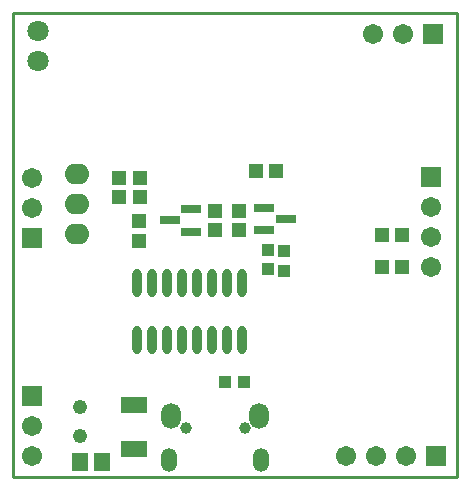
<source format=gbs>
G04*
G04 #@! TF.GenerationSoftware,Altium Limited,Altium Designer,20.1.12 (249)*
G04*
G04 Layer_Color=16711935*
%FSLAX25Y25*%
%MOIN*%
G70*
G04*
G04 #@! TF.SameCoordinates,74860364-7C4C-4BB1-8EB4-A47DF166201D*
G04*
G04*
G04 #@! TF.FilePolarity,Negative*
G04*
G01*
G75*
%ADD14C,0.01000*%
%ADD31R,0.04737X0.04540*%
%ADD32R,0.04343X0.04147*%
%ADD33R,0.04147X0.04343*%
%ADD35R,0.04540X0.04737*%
%ADD39C,0.06706*%
%ADD40R,0.06706X0.06706*%
%ADD41C,0.04855*%
%ADD42R,0.06706X0.06706*%
%ADD43C,0.03950*%
%ADD44O,0.05328X0.07887*%
%ADD45O,0.06509X0.08674*%
%ADD46C,0.07099*%
%ADD47O,0.08300X0.06800*%
%ADD66R,0.05328X0.06312*%
%ADD67O,0.03162X0.09461*%
%ADD68R,0.08674X0.05721*%
%ADD69R,0.07099X0.03162*%
D14*
X0Y0D02*
X148000D01*
Y154500D01*
X0D02*
X148000D01*
X0Y0D02*
Y154500D01*
D31*
X42500Y99748D02*
D03*
Y93252D02*
D03*
X35500D02*
D03*
Y99748D02*
D03*
X42000Y78752D02*
D03*
Y85248D02*
D03*
X67500Y82252D02*
D03*
Y88748D02*
D03*
X75500Y82252D02*
D03*
Y88748D02*
D03*
D32*
X85000Y75748D02*
D03*
Y69252D02*
D03*
X90500Y75248D02*
D03*
Y68752D02*
D03*
D33*
X77248Y31500D02*
D03*
X70752D02*
D03*
D35*
X81252Y102000D02*
D03*
X87748D02*
D03*
X129748Y70000D02*
D03*
X123252D02*
D03*
X129748Y80500D02*
D03*
X123252D02*
D03*
D39*
X111000Y7000D02*
D03*
X121000D02*
D03*
X131000D02*
D03*
X120000Y147500D02*
D03*
X130000D02*
D03*
X139500Y90000D02*
D03*
Y80000D02*
D03*
Y70000D02*
D03*
X6500Y17000D02*
D03*
Y7000D02*
D03*
Y89500D02*
D03*
Y99500D02*
D03*
D40*
X141000Y7000D02*
D03*
X140000Y147500D02*
D03*
D41*
X22500Y23343D02*
D03*
Y13500D02*
D03*
D42*
X139500Y100000D02*
D03*
X6500Y27000D02*
D03*
Y79500D02*
D03*
D43*
X77342Y16284D02*
D03*
X57657D02*
D03*
D44*
X82756Y5457D02*
D03*
X52244D02*
D03*
D45*
X82165Y20417D02*
D03*
X52835D02*
D03*
D46*
X8500Y138500D02*
D03*
Y148500D02*
D03*
D47*
X21500Y91000D02*
D03*
Y81000D02*
D03*
Y101000D02*
D03*
D66*
X29784Y5000D02*
D03*
X22500D02*
D03*
D67*
X76500Y45551D02*
D03*
X71500D02*
D03*
X66500D02*
D03*
X61500D02*
D03*
X56500D02*
D03*
X51500D02*
D03*
X46500D02*
D03*
X41500D02*
D03*
X76500Y64449D02*
D03*
X71500D02*
D03*
X66500D02*
D03*
X61500D02*
D03*
X56500D02*
D03*
X51500D02*
D03*
X46500D02*
D03*
X41500D02*
D03*
D68*
X40500Y9118D02*
D03*
Y23882D02*
D03*
D69*
X91000Y86000D02*
D03*
X83913Y89740D02*
D03*
Y82260D02*
D03*
X52457Y85500D02*
D03*
X59543Y81760D02*
D03*
Y89240D02*
D03*
M02*

</source>
